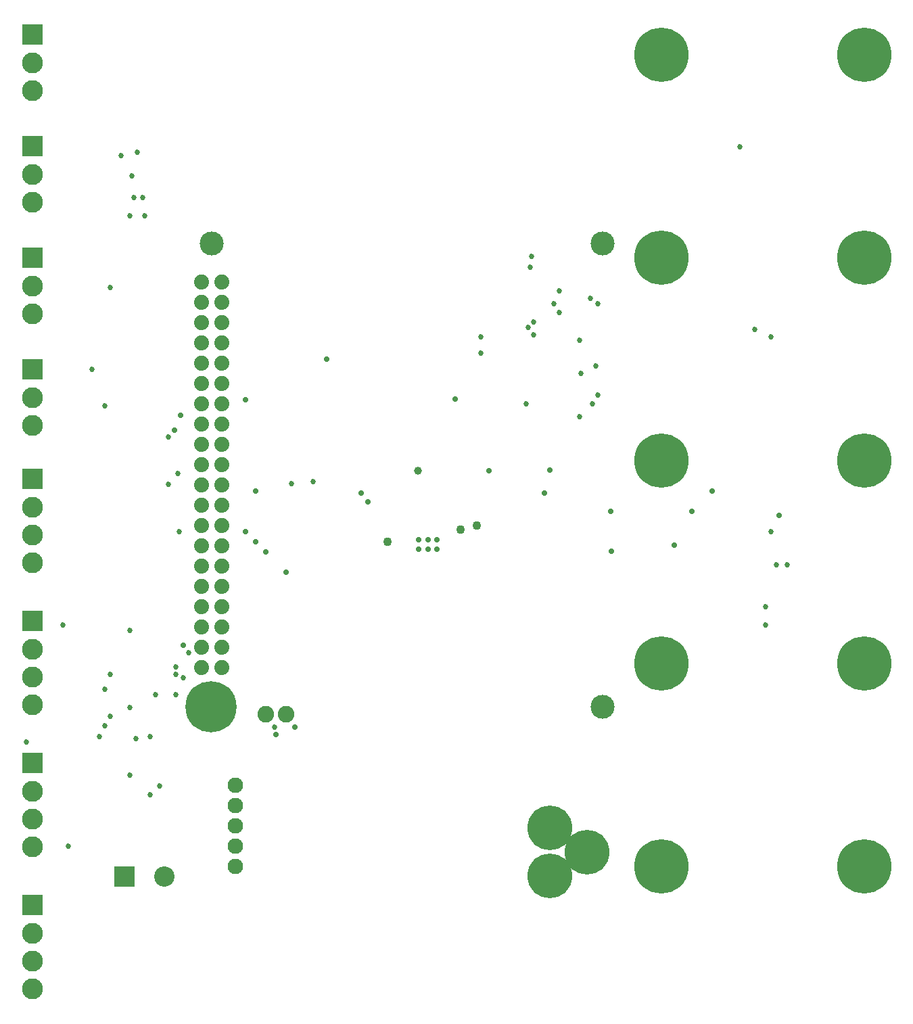
<source format=gbs>
G04 EAGLE Gerber RS-274X export*
G75*
%MOMM*%
%FSLAX34Y34*%
%LPD*%
%INSoldermask Bottom*%
%IPPOS*%
%AMOC8*
5,1,8,0,0,1.08239X$1,22.5*%
G01*
%ADD10C,1.940563*%
%ADD11C,5.598162*%
%ADD12R,2.616200X2.616200*%
%ADD13C,2.616200*%
%ADD14C,6.807200*%
%ADD15C,1.879600*%
%ADD16C,3.003200*%
%ADD17C,6.400800*%
%ADD18C,2.082800*%
%ADD19R,2.543200X2.543200*%
%ADD20C,2.543200*%
%ADD21C,0.685800*%
%ADD22C,0.705600*%
%ADD23C,1.005600*%
%ADD24C,1.105600*%


D10*
X-12700Y-457200D03*
X-12700Y-406400D03*
X-12700Y-482600D03*
D11*
X381000Y-459900D03*
X381000Y-519900D03*
X428000Y-489900D03*
D10*
X-12700Y-431800D03*
D12*
X-266700Y114300D03*
D13*
X-266700Y79300D03*
X-266700Y44300D03*
D12*
X-266700Y254000D03*
D13*
X-266700Y219000D03*
X-266700Y184000D03*
D12*
X-266700Y393700D03*
D13*
X-266700Y358700D03*
X-266700Y323700D03*
D12*
X-266700Y533400D03*
D13*
X-266700Y498400D03*
X-266700Y463400D03*
D14*
X520700Y-254000D03*
X774700Y-254000D03*
X520700Y254000D03*
X774700Y254000D03*
X520700Y0D03*
X774700Y0D03*
D12*
X-266470Y-200920D03*
D13*
X-266470Y-235920D03*
X-266470Y-270920D03*
X-266470Y-305920D03*
D12*
X-266470Y-556520D03*
D13*
X-266470Y-591520D03*
X-266470Y-626520D03*
X-266470Y-661520D03*
D12*
X-266470Y-378720D03*
D13*
X-266470Y-413720D03*
X-266470Y-448720D03*
X-266470Y-483720D03*
D12*
X-266470Y-23120D03*
D13*
X-266470Y-58120D03*
X-266470Y-93120D03*
X-266470Y-128120D03*
D14*
X774700Y-508000D03*
X520700Y508000D03*
X520700Y-508000D03*
X774700Y508000D03*
D10*
X-12700Y-508000D03*
D15*
X-29700Y-259200D03*
X-55100Y-259200D03*
X-29700Y-233800D03*
X-55100Y-233800D03*
X-29700Y-208400D03*
X-55100Y-208400D03*
X-29700Y-183000D03*
X-55100Y-183000D03*
X-29700Y-157600D03*
X-55100Y-157600D03*
X-29700Y-132200D03*
X-55100Y-132200D03*
X-29700Y-106800D03*
X-55100Y-106800D03*
X-29700Y-81400D03*
X-55100Y-81400D03*
X-29700Y-56000D03*
X-55100Y-56000D03*
X-29700Y-30600D03*
X-55100Y-30600D03*
X-29700Y-5200D03*
X-55100Y-5200D03*
X-29700Y20200D03*
X-55100Y20200D03*
X-29700Y45600D03*
X-55100Y45600D03*
X-29700Y71000D03*
X-55100Y71000D03*
X-29700Y96400D03*
X-55100Y96400D03*
X-29700Y121800D03*
X-55100Y121800D03*
X-29700Y147200D03*
X-55100Y147200D03*
X-29700Y172600D03*
X-55100Y172600D03*
X-29700Y198000D03*
X-55100Y198000D03*
X-29700Y223400D03*
X-55100Y223400D03*
D16*
X447600Y-307900D03*
X-42400Y272100D03*
X447600Y272100D03*
D17*
X-42418Y-308102D03*
D18*
X25400Y-317500D03*
X50800Y-317500D03*
D19*
X-151130Y-520700D03*
D20*
X-101130Y-520700D03*
D21*
X-118872Y-345186D03*
X-118872Y-418338D03*
X-107442Y-406908D03*
X-125730Y306324D03*
X-144018Y306324D03*
X-82296Y-89154D03*
X-86868Y-258318D03*
X665226Y-130302D03*
X678942Y-130302D03*
X418338Y54864D03*
X434340Y70866D03*
X393192Y212598D03*
X354330Y166878D03*
X432054Y203454D03*
D22*
X537210Y-105730D03*
X558800Y-63500D03*
X584200Y-38100D03*
X668020Y-68580D03*
D21*
X358902Y256032D03*
X356616Y242316D03*
X619506Y393192D03*
X637794Y164592D03*
D23*
X215900Y-12700D03*
D24*
X177800Y-101600D03*
D22*
X217170Y-99060D03*
X217170Y-110490D03*
X228600Y-99060D03*
X240030Y-99060D03*
X240030Y-110490D03*
X228600Y-110490D03*
D24*
X269240Y-86360D03*
X289560Y-81280D03*
D21*
X-86868Y-292608D03*
X-77724Y-272034D03*
X-70866Y-240030D03*
X294894Y155448D03*
X58166Y-28448D03*
X-112014Y-292608D03*
X-86868Y-267462D03*
X294894Y134874D03*
X85344Y-25908D03*
D22*
X-77724Y-230886D03*
X12700Y-101600D03*
X25531Y-114431D03*
D21*
X-192024Y114300D03*
D22*
X381762Y-11430D03*
X304800Y-12700D03*
D21*
X-144018Y-308610D03*
X-144018Y-393192D03*
X352044Y70866D03*
X36576Y-333756D03*
D22*
X62484Y-333756D03*
D21*
X651510Y-205740D03*
X651510Y-182880D03*
X361188Y157734D03*
X441198Y82296D03*
X361188Y173736D03*
X438912Y118872D03*
X658368Y-89154D03*
X420624Y109728D03*
X658368Y155448D03*
X418338Y150876D03*
X393192Y185166D03*
X386334Y196596D03*
X441198Y196596D03*
D22*
X153169Y-51569D03*
X50800Y-139700D03*
D21*
X-169164Y-320040D03*
X-169164Y-267462D03*
X-176022Y-331470D03*
X-176022Y-285750D03*
X-137160Y-347472D03*
X-221742Y-482346D03*
X-144018Y-212598D03*
X-182880Y-345186D03*
X-228600Y-205740D03*
X-274320Y-352044D03*
X-176022Y68580D03*
X-134874Y386334D03*
X-155448Y381762D03*
X-169164Y217170D03*
X-96012Y29718D03*
X-128016Y329184D03*
X-84582Y-16002D03*
X-139446Y329184D03*
X-96012Y-29718D03*
X-141732Y356616D03*
D22*
X0Y-88900D03*
X12700Y-38100D03*
X144780Y-40640D03*
X458470Y-113030D03*
X0Y76200D03*
X-81280Y57150D03*
X457200Y-63500D03*
X374650Y-40640D03*
X262890Y77470D03*
X38100Y-342900D03*
X101600Y127000D03*
X-88900Y38100D03*
M02*

</source>
